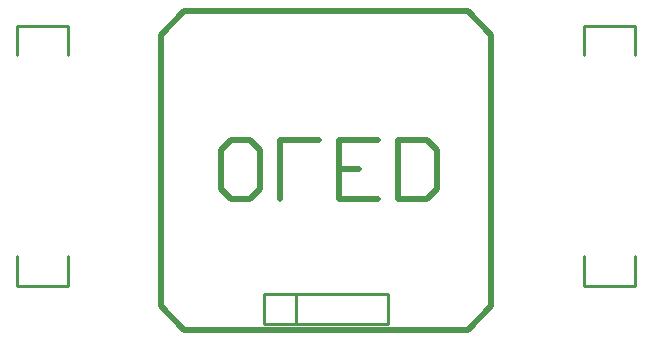
<source format=gbr>
G04*
G04 #@! TF.GenerationSoftware,Altium Limited,Altium Designer,24.0.1 (36)*
G04*
G04 Layer_Color=32896*
%FSLAX25Y25*%
%MOIN*%
G70*
G04*
G04 #@! TF.SameCoordinates,BD3E70BB-0697-4B71-9AF7-6C14A59E7EE9*
G04*
G04*
G04 #@! TF.FilePolarity,Positive*
G04*
G01*
G75*
%ADD11C,0.01000*%
%ADD12C,0.01968*%
%ADD86C,0.02000*%
D11*
X196221Y31496D02*
Y41339D01*
X213228Y108268D02*
Y118110D01*
X196221Y108268D02*
Y118110D01*
X213228D01*
X196221Y31496D02*
X213228D01*
Y41339D01*
X24252Y31496D02*
Y41339D01*
X7244Y31496D02*
X24252D01*
X7244Y118110D02*
X24252D01*
X7244Y108268D02*
Y118110D01*
X24252Y108268D02*
Y118110D01*
X7244Y31496D02*
Y41339D01*
X89409Y18622D02*
Y28622D01*
X131063D01*
X100329Y18622D02*
Y28622D01*
X89409Y18622D02*
X131063D01*
Y28622D01*
D12*
X85008Y60453D02*
X78448D01*
X75169Y63733D01*
Y76852D01*
X78448Y80132D01*
X85008D01*
X88288Y76852D01*
Y63733D01*
X85008Y60453D01*
X94847D02*
Y80132D01*
X107966D01*
X127645Y60453D02*
X114526D01*
Y80132D01*
X127645D01*
X114526Y70292D02*
X121085D01*
X134204Y60453D02*
Y80132D01*
X144044D01*
X147324Y76852D01*
Y63733D01*
X144044Y60453D01*
X134204D01*
D86*
X157480Y16732D02*
X165354Y24606D01*
X157480Y123031D02*
X165354Y115157D01*
X62992Y123031D02*
X157480D01*
X55118Y24606D02*
X62992Y16732D01*
X165354Y24606D02*
Y115157D01*
X55118D02*
X62992Y123031D01*
X55118Y24606D02*
Y115157D01*
X62992Y16732D02*
X157480D01*
M02*

</source>
